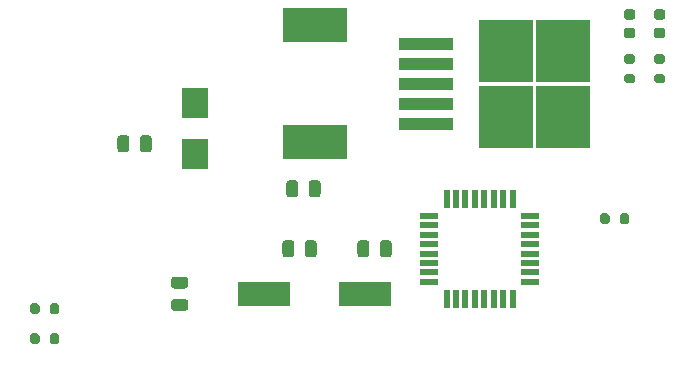
<source format=gbr>
%TF.GenerationSoftware,KiCad,Pcbnew,5.99.0+really5.1.10+dfsg1-1*%
%TF.CreationDate,2022-04-25T00:01:12+02:00*%
%TF.ProjectId,mini_accessory,6d696e69-5f61-4636-9365-73736f72792e,rev?*%
%TF.SameCoordinates,Original*%
%TF.FileFunction,Paste,Top*%
%TF.FilePolarity,Positive*%
%FSLAX46Y46*%
G04 Gerber Fmt 4.6, Leading zero omitted, Abs format (unit mm)*
G04 Created by KiCad (PCBNEW 5.99.0+really5.1.10+dfsg1-1) date 2022-04-25 00:01:12*
%MOMM*%
%LPD*%
G01*
G04 APERTURE LIST*
%ADD10R,2.300000X2.500000*%
%ADD11R,4.600000X1.100000*%
%ADD12R,4.550000X5.250000*%
%ADD13R,1.600000X0.550000*%
%ADD14R,0.550000X1.600000*%
%ADD15R,4.500000X2.000000*%
%ADD16R,5.400000X2.900000*%
G04 APERTURE END LIST*
%TO.C,C2*%
G36*
G01*
X90620000Y-67785000D02*
X90620000Y-66835000D01*
G75*
G02*
X90870000Y-66585000I250000J0D01*
G01*
X91370000Y-66585000D01*
G75*
G02*
X91620000Y-66835000I0J-250000D01*
G01*
X91620000Y-67785000D01*
G75*
G02*
X91370000Y-68035000I-250000J0D01*
G01*
X90870000Y-68035000D01*
G75*
G02*
X90620000Y-67785000I0J250000D01*
G01*
G37*
G36*
G01*
X88720000Y-67785000D02*
X88720000Y-66835000D01*
G75*
G02*
X88970000Y-66585000I250000J0D01*
G01*
X89470000Y-66585000D01*
G75*
G02*
X89720000Y-66835000I0J-250000D01*
G01*
X89720000Y-67785000D01*
G75*
G02*
X89470000Y-68035000I-250000J0D01*
G01*
X88970000Y-68035000D01*
G75*
G02*
X88720000Y-67785000I0J250000D01*
G01*
G37*
%TD*%
%TO.C,C4*%
G36*
G01*
X103010000Y-71595000D02*
X103010000Y-70645000D01*
G75*
G02*
X103260000Y-70395000I250000J0D01*
G01*
X103760000Y-70395000D01*
G75*
G02*
X104010000Y-70645000I0J-250000D01*
G01*
X104010000Y-71595000D01*
G75*
G02*
X103760000Y-71845000I-250000J0D01*
G01*
X103260000Y-71845000D01*
G75*
G02*
X103010000Y-71595000I0J250000D01*
G01*
G37*
G36*
G01*
X104910000Y-71595000D02*
X104910000Y-70645000D01*
G75*
G02*
X105160000Y-70395000I250000J0D01*
G01*
X105660000Y-70395000D01*
G75*
G02*
X105910000Y-70645000I0J-250000D01*
G01*
X105910000Y-71595000D01*
G75*
G02*
X105660000Y-71845000I-250000J0D01*
G01*
X105160000Y-71845000D01*
G75*
G02*
X104910000Y-71595000I0J250000D01*
G01*
G37*
%TD*%
%TO.C,C5*%
G36*
G01*
X111940000Y-75725000D02*
X111940000Y-76675000D01*
G75*
G02*
X111690000Y-76925000I-250000J0D01*
G01*
X111190000Y-76925000D01*
G75*
G02*
X110940000Y-76675000I0J250000D01*
G01*
X110940000Y-75725000D01*
G75*
G02*
X111190000Y-75475000I250000J0D01*
G01*
X111690000Y-75475000D01*
G75*
G02*
X111940000Y-75725000I0J-250000D01*
G01*
G37*
G36*
G01*
X110040000Y-75725000D02*
X110040000Y-76675000D01*
G75*
G02*
X109790000Y-76925000I-250000J0D01*
G01*
X109290000Y-76925000D01*
G75*
G02*
X109040000Y-76675000I0J250000D01*
G01*
X109040000Y-75725000D01*
G75*
G02*
X109290000Y-75475000I250000J0D01*
G01*
X109790000Y-75475000D01*
G75*
G02*
X110040000Y-75725000I0J-250000D01*
G01*
G37*
%TD*%
%TO.C,C6*%
G36*
G01*
X104590000Y-76675000D02*
X104590000Y-75725000D01*
G75*
G02*
X104840000Y-75475000I250000J0D01*
G01*
X105340000Y-75475000D01*
G75*
G02*
X105590000Y-75725000I0J-250000D01*
G01*
X105590000Y-76675000D01*
G75*
G02*
X105340000Y-76925000I-250000J0D01*
G01*
X104840000Y-76925000D01*
G75*
G02*
X104590000Y-76675000I0J250000D01*
G01*
G37*
G36*
G01*
X102690000Y-76675000D02*
X102690000Y-75725000D01*
G75*
G02*
X102940000Y-75475000I250000J0D01*
G01*
X103440000Y-75475000D01*
G75*
G02*
X103690000Y-75725000I0J-250000D01*
G01*
X103690000Y-76675000D01*
G75*
G02*
X103440000Y-76925000I-250000J0D01*
G01*
X102940000Y-76925000D01*
G75*
G02*
X102690000Y-76675000I0J250000D01*
G01*
G37*
%TD*%
%TO.C,C7*%
G36*
G01*
X93505000Y-78560000D02*
X94455000Y-78560000D01*
G75*
G02*
X94705000Y-78810000I0J-250000D01*
G01*
X94705000Y-79310000D01*
G75*
G02*
X94455000Y-79560000I-250000J0D01*
G01*
X93505000Y-79560000D01*
G75*
G02*
X93255000Y-79310000I0J250000D01*
G01*
X93255000Y-78810000D01*
G75*
G02*
X93505000Y-78560000I250000J0D01*
G01*
G37*
G36*
G01*
X93505000Y-80460000D02*
X94455000Y-80460000D01*
G75*
G02*
X94705000Y-80710000I0J-250000D01*
G01*
X94705000Y-81210000D01*
G75*
G02*
X94455000Y-81460000I-250000J0D01*
G01*
X93505000Y-81460000D01*
G75*
G02*
X93255000Y-81210000I0J250000D01*
G01*
X93255000Y-80710000D01*
G75*
G02*
X93505000Y-80460000I250000J0D01*
G01*
G37*
%TD*%
%TO.C,Logic*%
G36*
G01*
X131823750Y-57500000D02*
X132336250Y-57500000D01*
G75*
G02*
X132555000Y-57718750I0J-218750D01*
G01*
X132555000Y-58156250D01*
G75*
G02*
X132336250Y-58375000I-218750J0D01*
G01*
X131823750Y-58375000D01*
G75*
G02*
X131605000Y-58156250I0J218750D01*
G01*
X131605000Y-57718750D01*
G75*
G02*
X131823750Y-57500000I218750J0D01*
G01*
G37*
G36*
G01*
X131823750Y-55925000D02*
X132336250Y-55925000D01*
G75*
G02*
X132555000Y-56143750I0J-218750D01*
G01*
X132555000Y-56581250D01*
G75*
G02*
X132336250Y-56800000I-218750J0D01*
G01*
X131823750Y-56800000D01*
G75*
G02*
X131605000Y-56581250I0J218750D01*
G01*
X131605000Y-56143750D01*
G75*
G02*
X131823750Y-55925000I218750J0D01*
G01*
G37*
%TD*%
%TO.C,Power*%
G36*
G01*
X134363750Y-55925000D02*
X134876250Y-55925000D01*
G75*
G02*
X135095000Y-56143750I0J-218750D01*
G01*
X135095000Y-56581250D01*
G75*
G02*
X134876250Y-56800000I-218750J0D01*
G01*
X134363750Y-56800000D01*
G75*
G02*
X134145000Y-56581250I0J218750D01*
G01*
X134145000Y-56143750D01*
G75*
G02*
X134363750Y-55925000I218750J0D01*
G01*
G37*
G36*
G01*
X134363750Y-57500000D02*
X134876250Y-57500000D01*
G75*
G02*
X135095000Y-57718750I0J-218750D01*
G01*
X135095000Y-58156250D01*
G75*
G02*
X134876250Y-58375000I-218750J0D01*
G01*
X134363750Y-58375000D01*
G75*
G02*
X134145000Y-58156250I0J218750D01*
G01*
X134145000Y-57718750D01*
G75*
G02*
X134363750Y-57500000I218750J0D01*
G01*
G37*
%TD*%
D10*
%TO.C,D3*%
X95250000Y-63890000D03*
X95250000Y-68190000D03*
%TD*%
%TO.C,R1*%
G36*
G01*
X132355000Y-60535000D02*
X131805000Y-60535000D01*
G75*
G02*
X131605000Y-60335000I0J200000D01*
G01*
X131605000Y-59935000D01*
G75*
G02*
X131805000Y-59735000I200000J0D01*
G01*
X132355000Y-59735000D01*
G75*
G02*
X132555000Y-59935000I0J-200000D01*
G01*
X132555000Y-60335000D01*
G75*
G02*
X132355000Y-60535000I-200000J0D01*
G01*
G37*
G36*
G01*
X132355000Y-62185000D02*
X131805000Y-62185000D01*
G75*
G02*
X131605000Y-61985000I0J200000D01*
G01*
X131605000Y-61585000D01*
G75*
G02*
X131805000Y-61385000I200000J0D01*
G01*
X132355000Y-61385000D01*
G75*
G02*
X132555000Y-61585000I0J-200000D01*
G01*
X132555000Y-61985000D01*
G75*
G02*
X132355000Y-62185000I-200000J0D01*
G01*
G37*
%TD*%
%TO.C,R2*%
G36*
G01*
X134895000Y-62185000D02*
X134345000Y-62185000D01*
G75*
G02*
X134145000Y-61985000I0J200000D01*
G01*
X134145000Y-61585000D01*
G75*
G02*
X134345000Y-61385000I200000J0D01*
G01*
X134895000Y-61385000D01*
G75*
G02*
X135095000Y-61585000I0J-200000D01*
G01*
X135095000Y-61985000D01*
G75*
G02*
X134895000Y-62185000I-200000J0D01*
G01*
G37*
G36*
G01*
X134895000Y-60535000D02*
X134345000Y-60535000D01*
G75*
G02*
X134145000Y-60335000I0J200000D01*
G01*
X134145000Y-59935000D01*
G75*
G02*
X134345000Y-59735000I200000J0D01*
G01*
X134895000Y-59735000D01*
G75*
G02*
X135095000Y-59935000I0J-200000D01*
G01*
X135095000Y-60335000D01*
G75*
G02*
X134895000Y-60535000I-200000J0D01*
G01*
G37*
%TD*%
%TO.C,R3*%
G36*
G01*
X81325000Y-81555000D02*
X81325000Y-81005000D01*
G75*
G02*
X81525000Y-80805000I200000J0D01*
G01*
X81925000Y-80805000D01*
G75*
G02*
X82125000Y-81005000I0J-200000D01*
G01*
X82125000Y-81555000D01*
G75*
G02*
X81925000Y-81755000I-200000J0D01*
G01*
X81525000Y-81755000D01*
G75*
G02*
X81325000Y-81555000I0J200000D01*
G01*
G37*
G36*
G01*
X82975000Y-81555000D02*
X82975000Y-81005000D01*
G75*
G02*
X83175000Y-80805000I200000J0D01*
G01*
X83575000Y-80805000D01*
G75*
G02*
X83775000Y-81005000I0J-200000D01*
G01*
X83775000Y-81555000D01*
G75*
G02*
X83575000Y-81755000I-200000J0D01*
G01*
X83175000Y-81755000D01*
G75*
G02*
X82975000Y-81555000I0J200000D01*
G01*
G37*
%TD*%
%TO.C,R4*%
G36*
G01*
X129585000Y-73935000D02*
X129585000Y-73385000D01*
G75*
G02*
X129785000Y-73185000I200000J0D01*
G01*
X130185000Y-73185000D01*
G75*
G02*
X130385000Y-73385000I0J-200000D01*
G01*
X130385000Y-73935000D01*
G75*
G02*
X130185000Y-74135000I-200000J0D01*
G01*
X129785000Y-74135000D01*
G75*
G02*
X129585000Y-73935000I0J200000D01*
G01*
G37*
G36*
G01*
X131235000Y-73935000D02*
X131235000Y-73385000D01*
G75*
G02*
X131435000Y-73185000I200000J0D01*
G01*
X131835000Y-73185000D01*
G75*
G02*
X132035000Y-73385000I0J-200000D01*
G01*
X132035000Y-73935000D01*
G75*
G02*
X131835000Y-74135000I-200000J0D01*
G01*
X131435000Y-74135000D01*
G75*
G02*
X131235000Y-73935000I0J200000D01*
G01*
G37*
%TD*%
%TO.C,R5*%
G36*
G01*
X82975000Y-84095000D02*
X82975000Y-83545000D01*
G75*
G02*
X83175000Y-83345000I200000J0D01*
G01*
X83575000Y-83345000D01*
G75*
G02*
X83775000Y-83545000I0J-200000D01*
G01*
X83775000Y-84095000D01*
G75*
G02*
X83575000Y-84295000I-200000J0D01*
G01*
X83175000Y-84295000D01*
G75*
G02*
X82975000Y-84095000I0J200000D01*
G01*
G37*
G36*
G01*
X81325000Y-84095000D02*
X81325000Y-83545000D01*
G75*
G02*
X81525000Y-83345000I200000J0D01*
G01*
X81925000Y-83345000D01*
G75*
G02*
X82125000Y-83545000I0J-200000D01*
G01*
X82125000Y-84095000D01*
G75*
G02*
X81925000Y-84295000I-200000J0D01*
G01*
X81525000Y-84295000D01*
G75*
G02*
X81325000Y-84095000I0J200000D01*
G01*
G37*
%TD*%
D11*
%TO.C,U1*%
X114875000Y-58830000D03*
X114875000Y-60530000D03*
X114875000Y-62230000D03*
X114875000Y-63930000D03*
X114875000Y-65630000D03*
D12*
X126450000Y-65005000D03*
X121600000Y-59455000D03*
X126450000Y-59455000D03*
X121600000Y-65005000D03*
%TD*%
D13*
%TO.C,U2*%
X115130000Y-73400000D03*
X115130000Y-74200000D03*
X115130000Y-75000000D03*
X115130000Y-75800000D03*
X115130000Y-76600000D03*
X115130000Y-77400000D03*
X115130000Y-78200000D03*
X115130000Y-79000000D03*
D14*
X116580000Y-80450000D03*
X117380000Y-80450000D03*
X118180000Y-80450000D03*
X118980000Y-80450000D03*
X119780000Y-80450000D03*
X120580000Y-80450000D03*
X121380000Y-80450000D03*
X122180000Y-80450000D03*
D13*
X123630000Y-79000000D03*
X123630000Y-78200000D03*
X123630000Y-77400000D03*
X123630000Y-76600000D03*
X123630000Y-75800000D03*
X123630000Y-75000000D03*
X123630000Y-74200000D03*
X123630000Y-73400000D03*
D14*
X122180000Y-71950000D03*
X121380000Y-71950000D03*
X120580000Y-71950000D03*
X119780000Y-71950000D03*
X118980000Y-71950000D03*
X118180000Y-71950000D03*
X117380000Y-71950000D03*
X116580000Y-71950000D03*
%TD*%
D15*
%TO.C,Y1*%
X109660000Y-80010000D03*
X101160000Y-80010000D03*
%TD*%
D16*
%TO.C,L1*%
X105410000Y-57280000D03*
X105410000Y-67180000D03*
%TD*%
M02*

</source>
